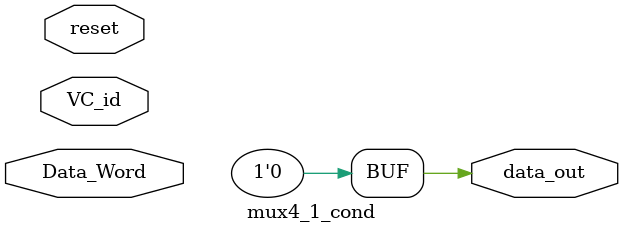
<source format=v>
module mux4_1_cond( input [1:0]   VC_id,
                    input [3:0]   Data_Word,
                    input         reset,
                    output reg    data_out
                    );

  // VC_id corresponde a las líneas de selección
  // Data_Word corresponde a las entradas de datos

  // Bloque reset para tener un estado de partida y facilitar la síntesis
  always @ ( ~reset ) begin
    data_out = 1'b0;
  end
  // COndiciones de salida
  always @ (VC_id or Data_Word or reset) begin
    case (VC_id)
      2'b00: data_out = VC_id[0];
      2'b01: data_out = VC_id[1];
      2'b10: data_out = VC_id[2];
      2'b11: data_out = VC_id[3];
      default: data_out = 1'b0;
    endcase
  end

endmodule

</source>
